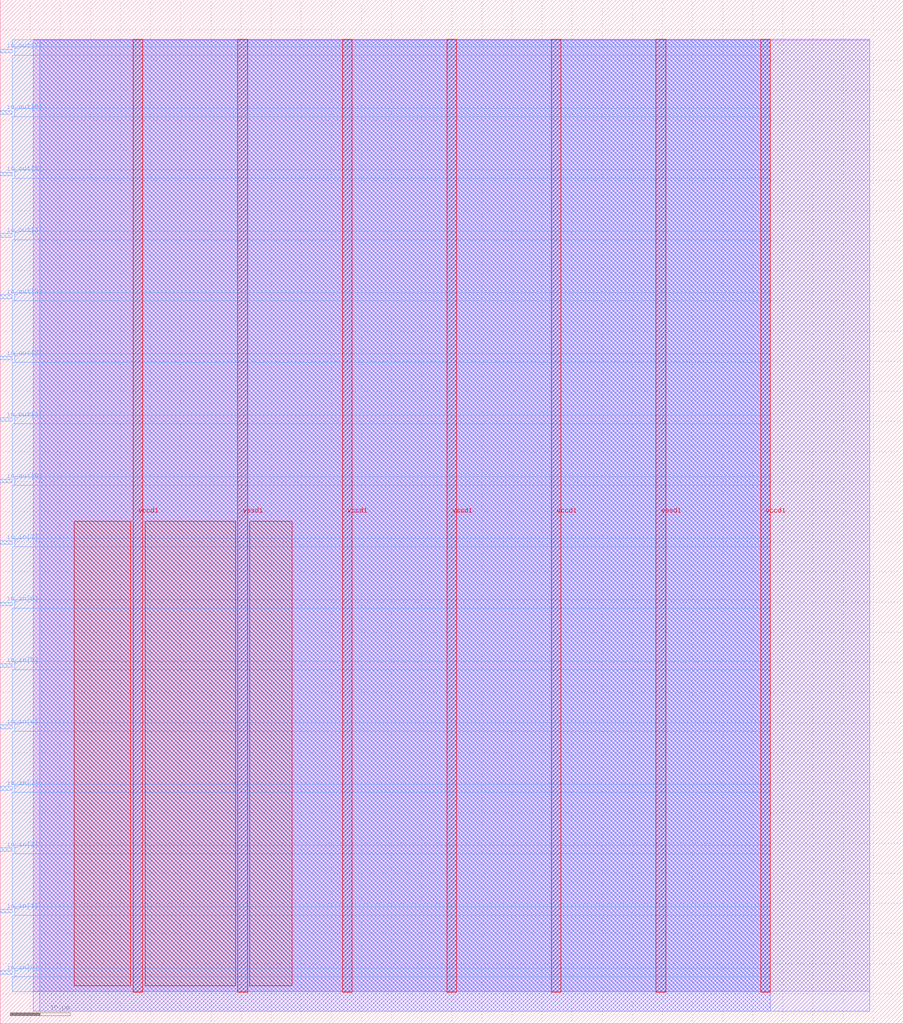
<source format=lef>
VERSION 5.7 ;
  NOWIREEXTENSIONATPIN ON ;
  DIVIDERCHAR "/" ;
  BUSBITCHARS "[]" ;
MACRO zymason_tinytop
  CLASS BLOCK ;
  FOREIGN zymason_tinytop ;
  ORIGIN 0.000 0.000 ;
  SIZE 150.000 BY 170.000 ;
  PIN io_in[0]
    DIRECTION INPUT ;
    USE SIGNAL ;
    PORT
      LAYER met3 ;
        RECT 0.000 8.200 2.000 8.800 ;
    END
  END io_in[0]
  PIN io_in[1]
    DIRECTION INPUT ;
    USE SIGNAL ;
    PORT
      LAYER met3 ;
        RECT 0.000 18.400 2.000 19.000 ;
    END
  END io_in[1]
  PIN io_in[2]
    DIRECTION INPUT ;
    USE SIGNAL ;
    PORT
      LAYER met3 ;
        RECT 0.000 28.600 2.000 29.200 ;
    END
  END io_in[2]
  PIN io_in[3]
    DIRECTION INPUT ;
    USE SIGNAL ;
    PORT
      LAYER met3 ;
        RECT 0.000 38.800 2.000 39.400 ;
    END
  END io_in[3]
  PIN io_in[4]
    DIRECTION INPUT ;
    USE SIGNAL ;
    PORT
      LAYER met3 ;
        RECT 0.000 49.000 2.000 49.600 ;
    END
  END io_in[4]
  PIN io_in[5]
    DIRECTION INPUT ;
    USE SIGNAL ;
    PORT
      LAYER met3 ;
        RECT 0.000 59.200 2.000 59.800 ;
    END
  END io_in[5]
  PIN io_in[6]
    DIRECTION INPUT ;
    USE SIGNAL ;
    PORT
      LAYER met3 ;
        RECT 0.000 69.400 2.000 70.000 ;
    END
  END io_in[6]
  PIN io_in[7]
    DIRECTION INPUT ;
    USE SIGNAL ;
    PORT
      LAYER met3 ;
        RECT 0.000 79.600 2.000 80.200 ;
    END
  END io_in[7]
  PIN io_out[0]
    DIRECTION OUTPUT TRISTATE ;
    USE SIGNAL ;
    PORT
      LAYER met3 ;
        RECT 0.000 89.800 2.000 90.400 ;
    END
  END io_out[0]
  PIN io_out[1]
    DIRECTION OUTPUT TRISTATE ;
    USE SIGNAL ;
    PORT
      LAYER met3 ;
        RECT 0.000 100.000 2.000 100.600 ;
    END
  END io_out[1]
  PIN io_out[2]
    DIRECTION OUTPUT TRISTATE ;
    USE SIGNAL ;
    PORT
      LAYER met3 ;
        RECT 0.000 110.200 2.000 110.800 ;
    END
  END io_out[2]
  PIN io_out[3]
    DIRECTION OUTPUT TRISTATE ;
    USE SIGNAL ;
    PORT
      LAYER met3 ;
        RECT 0.000 120.400 2.000 121.000 ;
    END
  END io_out[3]
  PIN io_out[4]
    DIRECTION OUTPUT TRISTATE ;
    USE SIGNAL ;
    PORT
      LAYER met3 ;
        RECT 0.000 130.600 2.000 131.200 ;
    END
  END io_out[4]
  PIN io_out[5]
    DIRECTION OUTPUT TRISTATE ;
    USE SIGNAL ;
    PORT
      LAYER met3 ;
        RECT 0.000 140.800 2.000 141.400 ;
    END
  END io_out[5]
  PIN io_out[6]
    DIRECTION OUTPUT TRISTATE ;
    USE SIGNAL ;
    PORT
      LAYER met3 ;
        RECT 0.000 151.000 2.000 151.600 ;
    END
  END io_out[6]
  PIN io_out[7]
    DIRECTION OUTPUT TRISTATE ;
    USE SIGNAL ;
    PORT
      LAYER met3 ;
        RECT 0.000 161.200 2.000 161.800 ;
    END
  END io_out[7]
  PIN vccd1
    DIRECTION INOUT ;
    USE POWER ;
    PORT
      LAYER met4 ;
        RECT 22.090 5.200 23.690 163.440 ;
    END
    PORT
      LAYER met4 ;
        RECT 56.830 5.200 58.430 163.440 ;
    END
    PORT
      LAYER met4 ;
        RECT 91.570 5.200 93.170 163.440 ;
    END
    PORT
      LAYER met4 ;
        RECT 126.310 5.200 127.910 163.440 ;
    END
  END vccd1
  PIN vssd1
    DIRECTION INOUT ;
    USE GROUND ;
    PORT
      LAYER met4 ;
        RECT 39.460 5.200 41.060 163.440 ;
    END
    PORT
      LAYER met4 ;
        RECT 74.200 5.200 75.800 163.440 ;
    END
    PORT
      LAYER met4 ;
        RECT 108.940 5.200 110.540 163.440 ;
    END
  END vssd1
  OBS
      LAYER li1 ;
        RECT 5.520 5.355 144.440 163.285 ;
      LAYER met1 ;
        RECT 5.520 2.080 144.440 163.440 ;
      LAYER met2 ;
        RECT 6.530 2.050 127.880 163.385 ;
      LAYER met3 ;
        RECT 2.000 162.200 127.900 163.365 ;
        RECT 2.400 160.800 127.900 162.200 ;
        RECT 2.000 152.000 127.900 160.800 ;
        RECT 2.400 150.600 127.900 152.000 ;
        RECT 2.000 141.800 127.900 150.600 ;
        RECT 2.400 140.400 127.900 141.800 ;
        RECT 2.000 131.600 127.900 140.400 ;
        RECT 2.400 130.200 127.900 131.600 ;
        RECT 2.000 121.400 127.900 130.200 ;
        RECT 2.400 120.000 127.900 121.400 ;
        RECT 2.000 111.200 127.900 120.000 ;
        RECT 2.400 109.800 127.900 111.200 ;
        RECT 2.000 101.000 127.900 109.800 ;
        RECT 2.400 99.600 127.900 101.000 ;
        RECT 2.000 90.800 127.900 99.600 ;
        RECT 2.400 89.400 127.900 90.800 ;
        RECT 2.000 80.600 127.900 89.400 ;
        RECT 2.400 79.200 127.900 80.600 ;
        RECT 2.000 70.400 127.900 79.200 ;
        RECT 2.400 69.000 127.900 70.400 ;
        RECT 2.000 60.200 127.900 69.000 ;
        RECT 2.400 58.800 127.900 60.200 ;
        RECT 2.000 50.000 127.900 58.800 ;
        RECT 2.400 48.600 127.900 50.000 ;
        RECT 2.000 39.800 127.900 48.600 ;
        RECT 2.400 38.400 127.900 39.800 ;
        RECT 2.000 29.600 127.900 38.400 ;
        RECT 2.400 28.200 127.900 29.600 ;
        RECT 2.000 19.400 127.900 28.200 ;
        RECT 2.400 18.000 127.900 19.400 ;
        RECT 2.000 9.200 127.900 18.000 ;
        RECT 2.400 7.800 127.900 9.200 ;
        RECT 2.000 5.275 127.900 7.800 ;
      LAYER met4 ;
        RECT 12.255 6.295 21.690 83.465 ;
        RECT 24.090 6.295 39.060 83.465 ;
        RECT 41.460 6.295 48.465 83.465 ;
  END
END zymason_tinytop
END LIBRARY


</source>
